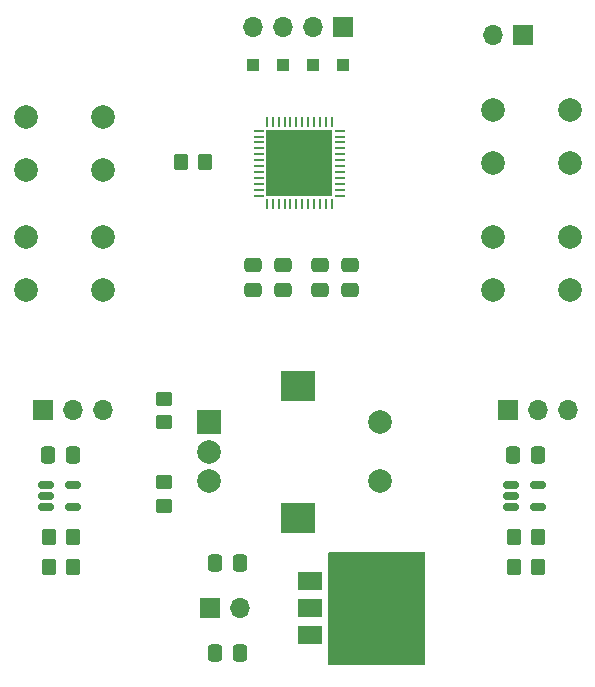
<source format=gbr>
%TF.GenerationSoftware,KiCad,Pcbnew,7.0.1-3b83917a11~172~ubuntu22.04.1*%
%TF.CreationDate,2023-06-11T16:35:38+01:00*%
%TF.ProjectId,lfo_expression_pedal,6c666f5f-6578-4707-9265-7373696f6e5f,rev?*%
%TF.SameCoordinates,Original*%
%TF.FileFunction,Soldermask,Top*%
%TF.FilePolarity,Negative*%
%FSLAX46Y46*%
G04 Gerber Fmt 4.6, Leading zero omitted, Abs format (unit mm)*
G04 Created by KiCad (PCBNEW 7.0.1-3b83917a11~172~ubuntu22.04.1) date 2023-06-11 16:35:38*
%MOMM*%
%LPD*%
G01*
G04 APERTURE LIST*
G04 Aperture macros list*
%AMRoundRect*
0 Rectangle with rounded corners*
0 $1 Rounding radius*
0 $2 $3 $4 $5 $6 $7 $8 $9 X,Y pos of 4 corners*
0 Add a 4 corners polygon primitive as box body*
4,1,4,$2,$3,$4,$5,$6,$7,$8,$9,$2,$3,0*
0 Add four circle primitives for the rounded corners*
1,1,$1+$1,$2,$3*
1,1,$1+$1,$4,$5*
1,1,$1+$1,$6,$7*
1,1,$1+$1,$8,$9*
0 Add four rect primitives between the rounded corners*
20,1,$1+$1,$2,$3,$4,$5,0*
20,1,$1+$1,$4,$5,$6,$7,0*
20,1,$1+$1,$6,$7,$8,$9,0*
20,1,$1+$1,$8,$9,$2,$3,0*%
G04 Aperture macros list end*
%ADD10C,2.000000*%
%ADD11R,1.700000X1.700000*%
%ADD12O,1.700000X1.700000*%
%ADD13R,2.000000X2.000000*%
%ADD14R,3.000000X2.500000*%
%ADD15R,2.000000X1.500000*%
%ADD16R,2.000000X3.800000*%
%ADD17RoundRect,0.250000X0.350000X0.450000X-0.350000X0.450000X-0.350000X-0.450000X0.350000X-0.450000X0*%
%ADD18RoundRect,0.250000X-0.475000X0.337500X-0.475000X-0.337500X0.475000X-0.337500X0.475000X0.337500X0*%
%ADD19RoundRect,0.250000X-0.350000X-0.450000X0.350000X-0.450000X0.350000X0.450000X-0.350000X0.450000X0*%
%ADD20RoundRect,0.150000X-0.512500X-0.150000X0.512500X-0.150000X0.512500X0.150000X-0.512500X0.150000X0*%
%ADD21RoundRect,0.250000X0.337500X0.475000X-0.337500X0.475000X-0.337500X-0.475000X0.337500X-0.475000X0*%
%ADD22R,1.000000X1.000000*%
%ADD23RoundRect,0.250000X0.450000X-0.350000X0.450000X0.350000X-0.450000X0.350000X-0.450000X-0.350000X0*%
%ADD24RoundRect,0.062500X0.062500X-0.375000X0.062500X0.375000X-0.062500X0.375000X-0.062500X-0.375000X0*%
%ADD25RoundRect,0.062500X0.375000X-0.062500X0.375000X0.062500X-0.375000X0.062500X-0.375000X-0.062500X0*%
%ADD26R,5.600000X5.600000*%
%ADD27RoundRect,0.250000X-0.450000X0.350000X-0.450000X-0.350000X0.450000X-0.350000X0.450000X0.350000X0*%
G04 APERTURE END LIST*
D10*
%TO.C,SW2*%
X163980000Y-78160000D03*
X157480000Y-78160000D03*
X163980000Y-73660000D03*
X157480000Y-73660000D03*
%TD*%
D11*
%TO.C,J2*%
X119380000Y-99060000D03*
D12*
X121920000Y-99060000D03*
X124460000Y-99060000D03*
%TD*%
D13*
%TO.C,SW6*%
X133466000Y-100116000D03*
D10*
X133466000Y-105116000D03*
X133466000Y-102616000D03*
D14*
X140966000Y-97016000D03*
X140966000Y-108216000D03*
D10*
X147966000Y-100116000D03*
X147966000Y-105116000D03*
%TD*%
%TO.C,SW1*%
X163980000Y-88900000D03*
X157480000Y-88900000D03*
X163980000Y-84400000D03*
X157480000Y-84400000D03*
%TD*%
D15*
%TO.C,U2*%
X142036000Y-113524000D03*
X142036000Y-115824000D03*
D16*
X148336000Y-115824000D03*
D15*
X142036000Y-118124000D03*
%TD*%
D17*
%TO.C,R10*%
X133080000Y-78105000D03*
X131080000Y-78105000D03*
%TD*%
D18*
%TO.C,C2*%
X145415000Y-86807500D03*
X145415000Y-88882500D03*
%TD*%
D10*
%TO.C,SW4*%
X124460000Y-88900000D03*
X117960000Y-88900000D03*
X124460000Y-84400000D03*
X117960000Y-84400000D03*
%TD*%
%TO.C,SW3*%
X117960000Y-74240000D03*
X124460000Y-74240000D03*
X117960000Y-78740000D03*
X124460000Y-78740000D03*
%TD*%
D11*
%TO.C,J5*%
X144780000Y-66620000D03*
D12*
X142240000Y-66620000D03*
X139700000Y-66620000D03*
X137160000Y-66620000D03*
%TD*%
D19*
%TO.C,R3*%
X159290000Y-112395000D03*
X161290000Y-112395000D03*
%TD*%
D20*
%TO.C,U3*%
X159015000Y-105410000D03*
X159015000Y-106360000D03*
X159015000Y-107310000D03*
X161290000Y-107310000D03*
X161290000Y-105410000D03*
%TD*%
D21*
%TO.C,C7*%
X161290000Y-102870000D03*
X159215000Y-102870000D03*
%TD*%
D11*
%TO.C,J4*%
X133523500Y-115824000D03*
D12*
X136063500Y-115824000D03*
%TD*%
D22*
%TO.C,TP3*%
X139700000Y-69837900D03*
%TD*%
D23*
%TO.C,R2*%
X129656000Y-107196000D03*
X129656000Y-105196000D03*
%TD*%
D11*
%TO.C,J6*%
X158750000Y-99060000D03*
D12*
X161290000Y-99060000D03*
X163830000Y-99060000D03*
%TD*%
D22*
%TO.C,TP4*%
X137160000Y-69837900D03*
%TD*%
D18*
%TO.C,C1*%
X142875000Y-86825000D03*
X142875000Y-88900000D03*
%TD*%
D21*
%TO.C,C5*%
X136063500Y-119634000D03*
X133988500Y-119634000D03*
%TD*%
D22*
%TO.C,TP2*%
X142240000Y-69837900D03*
%TD*%
D18*
%TO.C,C3*%
X139700000Y-86825000D03*
X139700000Y-88900000D03*
%TD*%
D24*
%TO.C,U1*%
X138347000Y-81614500D03*
X138847000Y-81614500D03*
X139347000Y-81614500D03*
X139847000Y-81614500D03*
X140347000Y-81614500D03*
X140847000Y-81614500D03*
X141347000Y-81614500D03*
X141847000Y-81614500D03*
X142347000Y-81614500D03*
X142847000Y-81614500D03*
X143347000Y-81614500D03*
X143847000Y-81614500D03*
D25*
X144534500Y-80927000D03*
X144534500Y-80427000D03*
X144534500Y-79927000D03*
X144534500Y-79427000D03*
X144534500Y-78927000D03*
X144534500Y-78427000D03*
X144534500Y-77927000D03*
X144534500Y-77427000D03*
X144534500Y-76927000D03*
X144534500Y-76427000D03*
X144534500Y-75927000D03*
X144534500Y-75427000D03*
D24*
X143847000Y-74739500D03*
X143347000Y-74739500D03*
X142847000Y-74739500D03*
X142347000Y-74739500D03*
X141847000Y-74739500D03*
X141347000Y-74739500D03*
X140847000Y-74739500D03*
X140347000Y-74739500D03*
X139847000Y-74739500D03*
X139347000Y-74739500D03*
X138847000Y-74739500D03*
X138347000Y-74739500D03*
D25*
X137659500Y-75427000D03*
X137659500Y-75927000D03*
X137659500Y-76427000D03*
X137659500Y-76927000D03*
X137659500Y-77427000D03*
X137659500Y-77927000D03*
X137659500Y-78427000D03*
X137659500Y-78927000D03*
X137659500Y-79427000D03*
X137659500Y-79927000D03*
X137659500Y-80427000D03*
X137659500Y-80927000D03*
D26*
X141097000Y-78177000D03*
%TD*%
D19*
%TO.C,R5*%
X119920000Y-112395000D03*
X121920000Y-112395000D03*
%TD*%
D20*
%TO.C,U4*%
X119645000Y-105410000D03*
X119645000Y-106360000D03*
X119645000Y-107310000D03*
X121920000Y-107310000D03*
X121920000Y-105410000D03*
%TD*%
D21*
%TO.C,C8*%
X121920000Y-102870000D03*
X119845000Y-102870000D03*
%TD*%
%TO.C,C6*%
X136063500Y-112014000D03*
X133988500Y-112014000D03*
%TD*%
D27*
%TO.C,R1*%
X129656000Y-98116000D03*
X129656000Y-100116000D03*
%TD*%
D19*
%TO.C,R6*%
X119920000Y-109855000D03*
X121920000Y-109855000D03*
%TD*%
%TO.C,R4*%
X159290000Y-109855000D03*
X161290000Y-109855000D03*
%TD*%
D18*
%TO.C,C4*%
X137160000Y-86842500D03*
X137160000Y-88917500D03*
%TD*%
D11*
%TO.C,SW5*%
X160020000Y-67310000D03*
D12*
X157480000Y-67310000D03*
%TD*%
D22*
%TO.C,TP1*%
X144780000Y-69837900D03*
%TD*%
G36*
X151703000Y-111141613D02*
G01*
X151748387Y-111187000D01*
X151765000Y-111249000D01*
X151765000Y-120526000D01*
X151748387Y-120588000D01*
X151703000Y-120633387D01*
X151641000Y-120650000D01*
X143634000Y-120650000D01*
X143572000Y-120633387D01*
X143526613Y-120588000D01*
X143510000Y-120526000D01*
X143510000Y-111249000D01*
X143526613Y-111187000D01*
X143572000Y-111141613D01*
X143634000Y-111125000D01*
X151641000Y-111125000D01*
X151703000Y-111141613D01*
G37*
M02*

</source>
